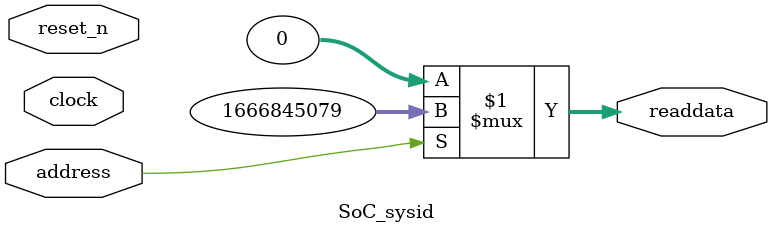
<source format=v>

`timescale 1ns / 1ps
// synthesis translate_on

// turn off superfluous verilog processor warnings 
// altera message_level Level1 
// altera message_off 10034 10035 10036 10037 10230 10240 10030 

module SoC_sysid (
               // inputs:
                address,
                clock,
                reset_n,

               // outputs:
                readdata
             )
;

  output  [ 31: 0] readdata;
  input            address;
  input            clock;
  input            reset_n;

  wire    [ 31: 0] readdata;
  //control_slave, which is an e_avalon_slave
  assign readdata = address ? 1666845079 : 0;

endmodule




</source>
